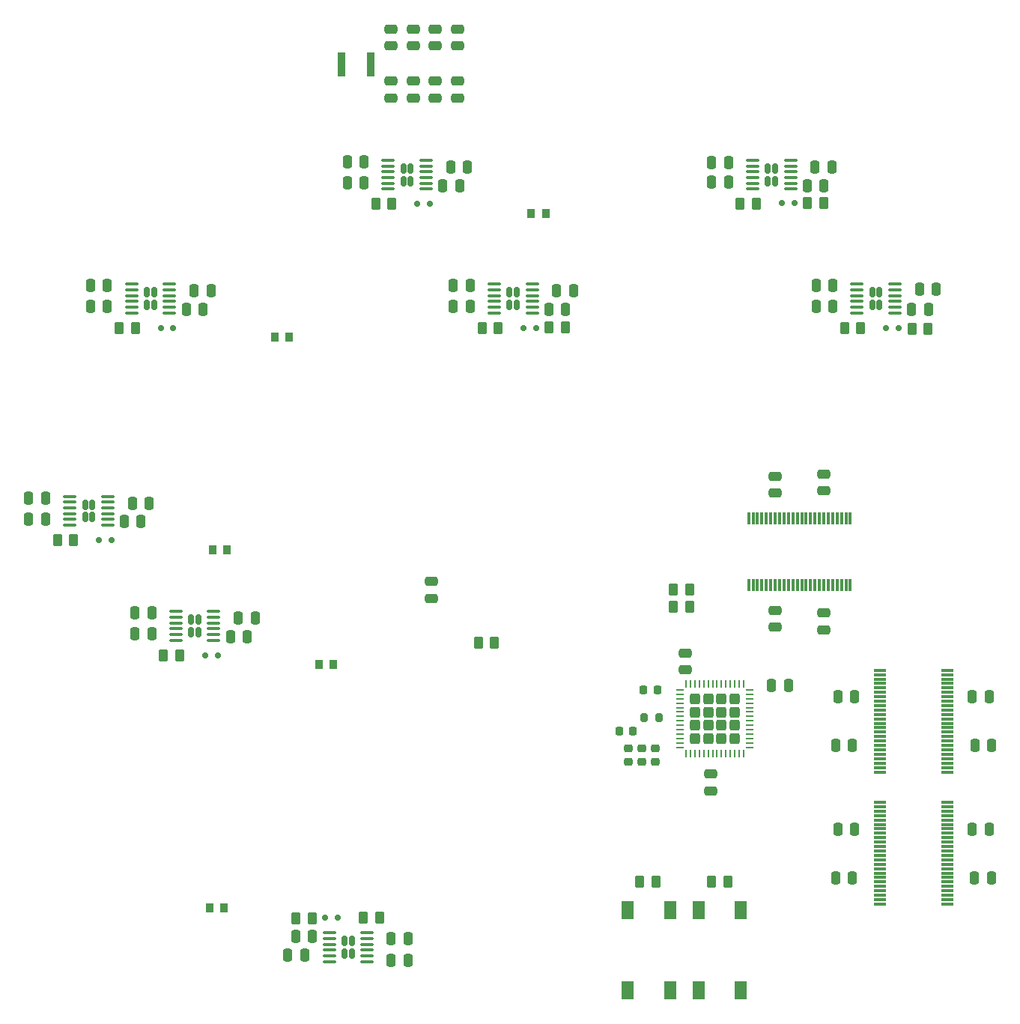
<source format=gbr>
%TF.GenerationSoftware,KiCad,Pcbnew,7.0.1-0*%
%TF.CreationDate,2023-04-17T18:56:10+01:00*%
%TF.ProjectId,cyborg65r2_pcb,6379626f-7267-4363-9572-325f7063622e,rev?*%
%TF.SameCoordinates,Original*%
%TF.FileFunction,Paste,Top*%
%TF.FilePolarity,Positive*%
%FSLAX46Y46*%
G04 Gerber Fmt 4.6, Leading zero omitted, Abs format (unit mm)*
G04 Created by KiCad (PCBNEW 7.0.1-0) date 2023-04-17 18:56:10*
%MOMM*%
%LPD*%
G01*
G04 APERTURE LIST*
G04 Aperture macros list*
%AMRoundRect*
0 Rectangle with rounded corners*
0 $1 Rounding radius*
0 $2 $3 $4 $5 $6 $7 $8 $9 X,Y pos of 4 corners*
0 Add a 4 corners polygon primitive as box body*
4,1,4,$2,$3,$4,$5,$6,$7,$8,$9,$2,$3,0*
0 Add four circle primitives for the rounded corners*
1,1,$1+$1,$2,$3*
1,1,$1+$1,$4,$5*
1,1,$1+$1,$6,$7*
1,1,$1+$1,$8,$9*
0 Add four rect primitives between the rounded corners*
20,1,$1+$1,$2,$3,$4,$5,0*
20,1,$1+$1,$4,$5,$6,$7,0*
20,1,$1+$1,$6,$7,$8,$9,0*
20,1,$1+$1,$8,$9,$2,$3,0*%
G04 Aperture macros list end*
%ADD10R,0.890000X1.020000*%
%ADD11RoundRect,0.250000X0.250000X0.475000X-0.250000X0.475000X-0.250000X-0.475000X0.250000X-0.475000X0*%
%ADD12RoundRect,0.250000X-0.250000X-0.475000X0.250000X-0.475000X0.250000X0.475000X-0.250000X0.475000X0*%
%ADD13RoundRect,0.250000X-0.475000X0.250000X-0.475000X-0.250000X0.475000X-0.250000X0.475000X0.250000X0*%
%ADD14RoundRect,0.167500X0.167500X0.407500X-0.167500X0.407500X-0.167500X-0.407500X0.167500X-0.407500X0*%
%ADD15RoundRect,0.100000X0.625000X0.100000X-0.625000X0.100000X-0.625000X-0.100000X0.625000X-0.100000X0*%
%ADD16RoundRect,0.250000X-0.262500X-0.450000X0.262500X-0.450000X0.262500X0.450000X-0.262500X0.450000X0*%
%ADD17RoundRect,0.167500X-0.167500X-0.407500X0.167500X-0.407500X0.167500X0.407500X-0.167500X0.407500X0*%
%ADD18RoundRect,0.100000X-0.625000X-0.100000X0.625000X-0.100000X0.625000X0.100000X-0.625000X0.100000X0*%
%ADD19RoundRect,0.225000X0.225000X0.250000X-0.225000X0.250000X-0.225000X-0.250000X0.225000X-0.250000X0*%
%ADD20RoundRect,0.250000X0.262500X0.450000X-0.262500X0.450000X-0.262500X-0.450000X0.262500X-0.450000X0*%
%ADD21R,1.475000X0.300000*%
%ADD22RoundRect,0.225000X-0.250000X0.225000X-0.250000X-0.225000X0.250000X-0.225000X0.250000X0.225000X0*%
%ADD23RoundRect,0.250000X0.475000X-0.250000X0.475000X0.250000X-0.475000X0.250000X-0.475000X-0.250000X0*%
%ADD24RoundRect,0.150000X-0.150000X-0.200000X0.150000X-0.200000X0.150000X0.200000X-0.150000X0.200000X0*%
%ADD25RoundRect,0.250000X-0.345000X-0.345000X0.345000X-0.345000X0.345000X0.345000X-0.345000X0.345000X0*%
%ADD26RoundRect,0.062500X-0.375000X-0.062500X0.375000X-0.062500X0.375000X0.062500X-0.375000X0.062500X0*%
%ADD27RoundRect,0.062500X-0.062500X-0.375000X0.062500X-0.375000X0.062500X0.375000X-0.062500X0.375000X0*%
%ADD28R,1.400000X2.100000*%
%ADD29R,0.880000X2.810000*%
%ADD30R,0.300000X1.475000*%
%ADD31RoundRect,0.150000X0.150000X0.200000X-0.150000X0.200000X-0.150000X-0.200000X0.150000X-0.200000X0*%
%ADD32RoundRect,0.200000X0.200000X0.275000X-0.200000X0.275000X-0.200000X-0.275000X0.200000X-0.275000X0*%
G04 APERTURE END LIST*
D10*
%TO.C,L5*%
X160984000Y-57970000D03*
X159356000Y-57970000D03*
%TD*%
D11*
%TO.C,C51*%
X195950000Y-127540000D03*
X194050000Y-127540000D03*
%TD*%
D12*
%TO.C,C35*%
X126250000Y-103700000D03*
X128150000Y-103700000D03*
%TD*%
D13*
%TO.C,C7*%
X179640000Y-121320000D03*
X179640000Y-123220000D03*
%TD*%
D14*
%TO.C,U5*%
X139075000Y-141595000D03*
X139075000Y-140175000D03*
X138255000Y-141595000D03*
X138255000Y-140175000D03*
D15*
X140815000Y-142510000D03*
X140815000Y-141860000D03*
X140815000Y-141210000D03*
X140815000Y-140560000D03*
X140815000Y-139910000D03*
X140815000Y-139260000D03*
X136515000Y-139260000D03*
X136515000Y-139910000D03*
X136515000Y-140560000D03*
X136515000Y-141210000D03*
X136515000Y-141860000D03*
X136515000Y-142510000D03*
%TD*%
D16*
%TO.C,R10*%
X117787500Y-107900000D03*
X119612500Y-107900000D03*
%TD*%
D12*
%TO.C,C20*%
X162250000Y-66700000D03*
X164150000Y-66700000D03*
%TD*%
D16*
%TO.C,R4*%
X190587500Y-56800000D03*
X192412500Y-56800000D03*
%TD*%
D13*
%TO.C,C48*%
X151000000Y-43000000D03*
X151000000Y-44900000D03*
%TD*%
D17*
%TO.C,U9*%
X144915000Y-52865000D03*
X144915000Y-54285000D03*
X145735000Y-52865000D03*
X145735000Y-54285000D03*
D18*
X143175000Y-51950000D03*
X143175000Y-52600000D03*
X143175000Y-53250000D03*
X143175000Y-53900000D03*
X143175000Y-54550000D03*
X143175000Y-55200000D03*
X147475000Y-55200000D03*
X147475000Y-54550000D03*
X147475000Y-53900000D03*
X147475000Y-53250000D03*
X147475000Y-52600000D03*
X147475000Y-51950000D03*
%TD*%
D19*
%TO.C,C4*%
X170885000Y-116460000D03*
X169335000Y-116460000D03*
%TD*%
D20*
%TO.C,R17*%
X173472500Y-133470000D03*
X171647500Y-133470000D03*
%TD*%
D11*
%TO.C,C24*%
X133740000Y-141760000D03*
X131840000Y-141760000D03*
%TD*%
D21*
%TO.C,U12*%
X198799000Y-124520000D03*
X198799000Y-125020000D03*
X198799000Y-125520000D03*
X198799000Y-126020000D03*
X198799000Y-126520000D03*
X198799000Y-127020000D03*
X198799000Y-127520000D03*
X198799000Y-128020000D03*
X198799000Y-128520000D03*
X198799000Y-129020000D03*
X198799000Y-129520000D03*
X198799000Y-130020000D03*
X198799000Y-130520000D03*
X198799000Y-131020000D03*
X198799000Y-131520000D03*
X198799000Y-132020000D03*
X198799000Y-132520000D03*
X198799000Y-133020000D03*
X198799000Y-133520000D03*
X198799000Y-134020000D03*
X198799000Y-134520000D03*
X198799000Y-135020000D03*
X198799000Y-135520000D03*
X198799000Y-136020000D03*
X206375000Y-136020000D03*
X206375000Y-135520000D03*
X206375000Y-135020000D03*
X206375000Y-134520000D03*
X206375000Y-134020000D03*
X206375000Y-133520000D03*
X206375000Y-133020000D03*
X206375000Y-132520000D03*
X206375000Y-132020000D03*
X206375000Y-131520000D03*
X206375000Y-131020000D03*
X206375000Y-130520000D03*
X206375000Y-130020000D03*
X206375000Y-129520000D03*
X206375000Y-129020000D03*
X206375000Y-128520000D03*
X206375000Y-128020000D03*
X206375000Y-127520000D03*
X206375000Y-127020000D03*
X206375000Y-126520000D03*
X206375000Y-126020000D03*
X206375000Y-125520000D03*
X206375000Y-125020000D03*
X206375000Y-124520000D03*
%TD*%
D22*
%TO.C,C3*%
X173380000Y-118390000D03*
X173380000Y-119940000D03*
%TD*%
D11*
%TO.C,C53*%
X195680000Y-118110000D03*
X193780000Y-118110000D03*
%TD*%
D21*
%TO.C,U11*%
X198805000Y-109590000D03*
X198805000Y-110090000D03*
X198805000Y-110590000D03*
X198805000Y-111090000D03*
X198805000Y-111590000D03*
X198805000Y-112090000D03*
X198805000Y-112590000D03*
X198805000Y-113090000D03*
X198805000Y-113590000D03*
X198805000Y-114090000D03*
X198805000Y-114590000D03*
X198805000Y-115090000D03*
X198805000Y-115590000D03*
X198805000Y-116090000D03*
X198805000Y-116590000D03*
X198805000Y-117090000D03*
X198805000Y-117590000D03*
X198805000Y-118090000D03*
X198805000Y-118590000D03*
X198805000Y-119090000D03*
X198805000Y-119590000D03*
X198805000Y-120090000D03*
X198805000Y-120590000D03*
X198805000Y-121090000D03*
X206381000Y-121090000D03*
X206381000Y-120590000D03*
X206381000Y-120090000D03*
X206381000Y-119590000D03*
X206381000Y-119090000D03*
X206381000Y-118590000D03*
X206381000Y-118090000D03*
X206381000Y-117590000D03*
X206381000Y-117090000D03*
X206381000Y-116590000D03*
X206381000Y-116090000D03*
X206381000Y-115590000D03*
X206381000Y-115090000D03*
X206381000Y-114590000D03*
X206381000Y-114090000D03*
X206381000Y-113590000D03*
X206381000Y-113090000D03*
X206381000Y-112590000D03*
X206381000Y-112090000D03*
X206381000Y-111590000D03*
X206381000Y-111090000D03*
X206381000Y-110590000D03*
X206381000Y-110090000D03*
X206381000Y-109590000D03*
%TD*%
D12*
%TO.C,C21*%
X143540000Y-142360000D03*
X145440000Y-142360000D03*
%TD*%
D10*
%TO.C,L4*%
X124984000Y-95970000D03*
X123356000Y-95970000D03*
%TD*%
D11*
%TO.C,C29*%
X116450000Y-103100000D03*
X114550000Y-103100000D03*
%TD*%
D23*
%TO.C,C45*%
X148500000Y-39000000D03*
X148500000Y-37100000D03*
%TD*%
D13*
%TO.C,C42*%
X143500000Y-43000000D03*
X143500000Y-44900000D03*
%TD*%
D11*
%TO.C,C30*%
X104450000Y-90100000D03*
X102550000Y-90100000D03*
%TD*%
D24*
%TO.C,D1*%
X200900000Y-70900000D03*
X199500000Y-70900000D03*
%TD*%
D11*
%TO.C,C25*%
X111450000Y-66100000D03*
X109550000Y-66100000D03*
%TD*%
%TO.C,C13*%
X181650000Y-52240000D03*
X179750000Y-52240000D03*
%TD*%
D17*
%TO.C,U3*%
X186110000Y-52865000D03*
X186110000Y-54285000D03*
X186930000Y-52865000D03*
X186930000Y-54285000D03*
D18*
X184370000Y-51950000D03*
X184370000Y-52600000D03*
X184370000Y-53250000D03*
X184370000Y-53900000D03*
X184370000Y-54550000D03*
X184370000Y-55200000D03*
X188670000Y-55200000D03*
X188670000Y-54550000D03*
X188670000Y-53900000D03*
X188670000Y-53250000D03*
X188670000Y-52600000D03*
X188670000Y-51950000D03*
%TD*%
D12*
%TO.C,C8*%
X186520000Y-111340000D03*
X188420000Y-111340000D03*
%TD*%
D16*
%TO.C,R5*%
X153787500Y-70900000D03*
X155612500Y-70900000D03*
%TD*%
D25*
%TO.C,U1*%
X177900000Y-112840000D03*
X177900000Y-114320000D03*
X177900000Y-115800000D03*
X177900000Y-117280000D03*
X179380000Y-112840000D03*
X179380000Y-114320000D03*
X179380000Y-115800000D03*
X179380000Y-117280000D03*
X180860000Y-112840000D03*
X180860000Y-114320000D03*
X180860000Y-115800000D03*
X180860000Y-117280000D03*
X182340000Y-112840000D03*
X182340000Y-114320000D03*
X182340000Y-115800000D03*
X182340000Y-117280000D03*
D26*
X176182500Y-111810000D03*
X176182500Y-112310000D03*
X176182500Y-112810000D03*
X176182500Y-113310000D03*
X176182500Y-113810000D03*
X176182500Y-114310000D03*
X176182500Y-114810000D03*
X176182500Y-115310000D03*
X176182500Y-115810000D03*
X176182500Y-116310000D03*
X176182500Y-116810000D03*
X176182500Y-117310000D03*
X176182500Y-117810000D03*
X176182500Y-118310000D03*
D27*
X176870000Y-118997500D03*
X177370000Y-118997500D03*
X177870000Y-118997500D03*
X178370000Y-118997500D03*
X178870000Y-118997500D03*
X179370000Y-118997500D03*
X179870000Y-118997500D03*
X180370000Y-118997500D03*
X180870000Y-118997500D03*
X181370000Y-118997500D03*
X181870000Y-118997500D03*
X182370000Y-118997500D03*
X182870000Y-118997500D03*
X183370000Y-118997500D03*
D26*
X184057500Y-118310000D03*
X184057500Y-117810000D03*
X184057500Y-117310000D03*
X184057500Y-116810000D03*
X184057500Y-116310000D03*
X184057500Y-115810000D03*
X184057500Y-115310000D03*
X184057500Y-114810000D03*
X184057500Y-114310000D03*
X184057500Y-113810000D03*
X184057500Y-113310000D03*
X184057500Y-112810000D03*
X184057500Y-112310000D03*
X184057500Y-111810000D03*
D27*
X183370000Y-111122500D03*
X182870000Y-111122500D03*
X182370000Y-111122500D03*
X181870000Y-111122500D03*
X181370000Y-111122500D03*
X180870000Y-111122500D03*
X180370000Y-111122500D03*
X179870000Y-111122500D03*
X179370000Y-111122500D03*
X178870000Y-111122500D03*
X178370000Y-111122500D03*
X177870000Y-111122500D03*
X177370000Y-111122500D03*
X176870000Y-111122500D03*
%TD*%
D24*
%TO.C,D3*%
X159900000Y-70900000D03*
X158500000Y-70900000D03*
%TD*%
D19*
%TO.C,C1*%
X173620000Y-111850000D03*
X172070000Y-111850000D03*
%TD*%
D17*
%TO.C,U8*%
X108915000Y-90865000D03*
X108915000Y-92285000D03*
X109735000Y-90865000D03*
X109735000Y-92285000D03*
D18*
X107175000Y-89950000D03*
X107175000Y-90600000D03*
X107175000Y-91250000D03*
X107175000Y-91900000D03*
X107175000Y-92550000D03*
X107175000Y-93200000D03*
X111475000Y-93200000D03*
X111475000Y-92550000D03*
X111475000Y-91900000D03*
X111475000Y-91250000D03*
X111475000Y-90600000D03*
X111475000Y-89950000D03*
%TD*%
D12*
%TO.C,C27*%
X120350000Y-68800000D03*
X122250000Y-68800000D03*
%TD*%
D16*
%TO.C,R18*%
X179747500Y-133470000D03*
X181572500Y-133470000D03*
%TD*%
D20*
%TO.C,R7*%
X142202500Y-137560000D03*
X140377500Y-137560000D03*
%TD*%
D16*
%TO.C,R15*%
X175460000Y-102375000D03*
X177285000Y-102375000D03*
%TD*%
D13*
%TO.C,C52*%
X186960000Y-102840000D03*
X186960000Y-104740000D03*
%TD*%
D28*
%TO.C,S2*%
X183060000Y-136670000D03*
X183060000Y-145770000D03*
X178260000Y-136670000D03*
X178260000Y-145770000D03*
%TD*%
D13*
%TO.C,C41*%
X146000000Y-43000000D03*
X146000000Y-44900000D03*
%TD*%
D16*
%TO.C,R12*%
X141787500Y-56900000D03*
X143612500Y-56900000D03*
%TD*%
D17*
%TO.C,U4*%
X156915000Y-66865000D03*
X156915000Y-68285000D03*
X157735000Y-66865000D03*
X157735000Y-68285000D03*
D18*
X155175000Y-65950000D03*
X155175000Y-66600000D03*
X155175000Y-67250000D03*
X155175000Y-67900000D03*
X155175000Y-68550000D03*
X155175000Y-69200000D03*
X159475000Y-69200000D03*
X159475000Y-68550000D03*
X159475000Y-67900000D03*
X159475000Y-67250000D03*
X159475000Y-66600000D03*
X159475000Y-65950000D03*
%TD*%
D11*
%TO.C,C31*%
X116450000Y-105500000D03*
X114550000Y-105500000D03*
%TD*%
%TO.C,C38*%
X140450000Y-52100000D03*
X138550000Y-52100000D03*
%TD*%
D29*
%TO.C,F1*%
X137945000Y-41140000D03*
X141215000Y-41140000D03*
%TD*%
D10*
%TO.C,L2*%
X131984000Y-71970000D03*
X130356000Y-71970000D03*
%TD*%
D12*
%TO.C,C59*%
X209500000Y-118110000D03*
X211400000Y-118110000D03*
%TD*%
D11*
%TO.C,C26*%
X111450000Y-68500000D03*
X109550000Y-68500000D03*
%TD*%
D23*
%TO.C,C58*%
X186960000Y-89570000D03*
X186960000Y-87670000D03*
%TD*%
D17*
%TO.C,U6*%
X115915000Y-66865000D03*
X115915000Y-68285000D03*
X116735000Y-66865000D03*
X116735000Y-68285000D03*
D18*
X114175000Y-65950000D03*
X114175000Y-66600000D03*
X114175000Y-67250000D03*
X114175000Y-67900000D03*
X114175000Y-68550000D03*
X114175000Y-69200000D03*
X118475000Y-69200000D03*
X118475000Y-68550000D03*
X118475000Y-67900000D03*
X118475000Y-67250000D03*
X118475000Y-66600000D03*
X118475000Y-65950000D03*
%TD*%
D24*
%TO.C,D2*%
X189100000Y-56800000D03*
X187700000Y-56800000D03*
%TD*%
D17*
%TO.C,U7*%
X120915000Y-103865000D03*
X120915000Y-105285000D03*
X121735000Y-103865000D03*
X121735000Y-105285000D03*
D18*
X119175000Y-102950000D03*
X119175000Y-103600000D03*
X119175000Y-104250000D03*
X119175000Y-104900000D03*
X119175000Y-105550000D03*
X119175000Y-106200000D03*
X123475000Y-106200000D03*
X123475000Y-105550000D03*
X123475000Y-104900000D03*
X123475000Y-104250000D03*
X123475000Y-103600000D03*
X123475000Y-102950000D03*
%TD*%
D16*
%TO.C,R9*%
X112787500Y-70900000D03*
X114612500Y-70900000D03*
%TD*%
D22*
%TO.C,C5*%
X171870000Y-118390000D03*
X171870000Y-119940000D03*
%TD*%
D12*
%TO.C,C39*%
X149350000Y-54800000D03*
X151250000Y-54800000D03*
%TD*%
D17*
%TO.C,U2*%
X197915000Y-66865000D03*
X197915000Y-68285000D03*
X198735000Y-66865000D03*
X198735000Y-68285000D03*
D18*
X196175000Y-65950000D03*
X196175000Y-66600000D03*
X196175000Y-67250000D03*
X196175000Y-67900000D03*
X196175000Y-68550000D03*
X196175000Y-69200000D03*
X200475000Y-69200000D03*
X200475000Y-68550000D03*
X200475000Y-67900000D03*
X200475000Y-67250000D03*
X200475000Y-66600000D03*
X200475000Y-65950000D03*
%TD*%
D13*
%TO.C,C49*%
X148100000Y-99550000D03*
X148100000Y-101450000D03*
%TD*%
D11*
%TO.C,C10*%
X193450000Y-68500000D03*
X191550000Y-68500000D03*
%TD*%
D30*
%TO.C,U10*%
X183940000Y-99985000D03*
X184440000Y-99985000D03*
X184940000Y-99985000D03*
X185440000Y-99985000D03*
X185940000Y-99985000D03*
X186440000Y-99985000D03*
X186940000Y-99985000D03*
X187440000Y-99985000D03*
X187940000Y-99985000D03*
X188440000Y-99985000D03*
X188940000Y-99985000D03*
X189440000Y-99985000D03*
X189940000Y-99985000D03*
X190440000Y-99985000D03*
X190940000Y-99985000D03*
X191440000Y-99985000D03*
X191940000Y-99985000D03*
X192440000Y-99985000D03*
X192940000Y-99985000D03*
X193440000Y-99985000D03*
X193940000Y-99985000D03*
X194440000Y-99985000D03*
X194940000Y-99985000D03*
X195440000Y-99985000D03*
X195440000Y-92409000D03*
X194940000Y-92409000D03*
X194440000Y-92409000D03*
X193940000Y-92409000D03*
X193440000Y-92409000D03*
X192940000Y-92409000D03*
X192440000Y-92409000D03*
X191940000Y-92409000D03*
X191440000Y-92409000D03*
X190940000Y-92409000D03*
X190440000Y-92409000D03*
X189940000Y-92409000D03*
X189440000Y-92409000D03*
X188940000Y-92409000D03*
X188440000Y-92409000D03*
X187940000Y-92409000D03*
X187440000Y-92409000D03*
X186940000Y-92409000D03*
X186440000Y-92409000D03*
X185940000Y-92409000D03*
X185440000Y-92409000D03*
X184940000Y-92409000D03*
X184440000Y-92409000D03*
X183940000Y-92409000D03*
%TD*%
D10*
%TO.C,L3*%
X136984000Y-108970000D03*
X135356000Y-108970000D03*
%TD*%
D12*
%TO.C,C12*%
X203250000Y-66500000D03*
X205150000Y-66500000D03*
%TD*%
D23*
%TO.C,C43*%
X143500000Y-39000000D03*
X143500000Y-37100000D03*
%TD*%
D12*
%TO.C,C28*%
X121250000Y-66700000D03*
X123150000Y-66700000D03*
%TD*%
D16*
%TO.C,R3*%
X182987500Y-56900000D03*
X184812500Y-56900000D03*
%TD*%
%TO.C,R2*%
X202387500Y-71000000D03*
X204212500Y-71000000D03*
%TD*%
D12*
%TO.C,C56*%
X209220000Y-112610000D03*
X211120000Y-112610000D03*
%TD*%
D11*
%TO.C,C54*%
X195680000Y-133040000D03*
X193780000Y-133040000D03*
%TD*%
D24*
%TO.C,D5*%
X118900000Y-70900000D03*
X117500000Y-70900000D03*
%TD*%
D16*
%TO.C,R6*%
X161387500Y-70800000D03*
X163212500Y-70800000D03*
%TD*%
D11*
%TO.C,C14*%
X181650000Y-54410000D03*
X179750000Y-54410000D03*
%TD*%
D10*
%TO.C,L1*%
X123006000Y-136490000D03*
X124634000Y-136490000D03*
%TD*%
D20*
%TO.C,R8*%
X134602500Y-137660000D03*
X132777500Y-137660000D03*
%TD*%
D16*
%TO.C,R1*%
X194787500Y-70900000D03*
X196612500Y-70900000D03*
%TD*%
D11*
%TO.C,C32*%
X104450000Y-92500000D03*
X102550000Y-92500000D03*
%TD*%
%TO.C,C50*%
X195950000Y-112610000D03*
X194050000Y-112610000D03*
%TD*%
%TO.C,C18*%
X152450000Y-68500000D03*
X150550000Y-68500000D03*
%TD*%
D12*
%TO.C,C60*%
X209490000Y-133040000D03*
X211390000Y-133040000D03*
%TD*%
D20*
%TO.C,R13*%
X155225000Y-106500000D03*
X153400000Y-106500000D03*
%TD*%
D22*
%TO.C,C2*%
X170370000Y-118385000D03*
X170370000Y-119935000D03*
%TD*%
D12*
%TO.C,C33*%
X125350000Y-105800000D03*
X127250000Y-105800000D03*
%TD*%
D16*
%TO.C,R11*%
X105787500Y-94900000D03*
X107612500Y-94900000D03*
%TD*%
D23*
%TO.C,C6*%
X176810000Y-109530000D03*
X176810000Y-107630000D03*
%TD*%
D16*
%TO.C,R14*%
X175457500Y-100435000D03*
X177282500Y-100435000D03*
%TD*%
D12*
%TO.C,C22*%
X143540000Y-139960000D03*
X145440000Y-139960000D03*
%TD*%
%TO.C,C15*%
X190550000Y-54800000D03*
X192450000Y-54800000D03*
%TD*%
%TO.C,C36*%
X114250000Y-90700000D03*
X116150000Y-90700000D03*
%TD*%
D11*
%TO.C,C23*%
X134640000Y-139660000D03*
X132740000Y-139660000D03*
%TD*%
D12*
%TO.C,C11*%
X202350000Y-68800000D03*
X204250000Y-68800000D03*
%TD*%
D31*
%TO.C,D4*%
X136090000Y-137560000D03*
X137490000Y-137560000D03*
%TD*%
D12*
%TO.C,C34*%
X113350000Y-92800000D03*
X115250000Y-92800000D03*
%TD*%
D11*
%TO.C,C17*%
X152450000Y-66100000D03*
X150550000Y-66100000D03*
%TD*%
D13*
%TO.C,C55*%
X192460000Y-103110000D03*
X192460000Y-105010000D03*
%TD*%
D23*
%TO.C,C46*%
X151000000Y-39000000D03*
X151000000Y-37100000D03*
%TD*%
D11*
%TO.C,C37*%
X140450000Y-54500000D03*
X138550000Y-54500000D03*
%TD*%
D23*
%TO.C,C44*%
X146000000Y-39000000D03*
X146000000Y-37100000D03*
%TD*%
D13*
%TO.C,C47*%
X148500000Y-43000000D03*
X148500000Y-44900000D03*
%TD*%
D12*
%TO.C,C40*%
X150250000Y-52700000D03*
X152150000Y-52700000D03*
%TD*%
D24*
%TO.C,D8*%
X147900000Y-56900000D03*
X146500000Y-56900000D03*
%TD*%
D12*
%TO.C,C57*%
X209220000Y-127540000D03*
X211120000Y-127540000D03*
%TD*%
D32*
%TO.C,R16*%
X173795000Y-114960000D03*
X172145000Y-114960000D03*
%TD*%
D12*
%TO.C,C19*%
X161350000Y-68800000D03*
X163250000Y-68800000D03*
%TD*%
D28*
%TO.C,S1*%
X170260000Y-145770000D03*
X170260000Y-136670000D03*
X175060000Y-145770000D03*
X175060000Y-136670000D03*
%TD*%
D12*
%TO.C,C16*%
X191450000Y-52700000D03*
X193350000Y-52700000D03*
%TD*%
D24*
%TO.C,D6*%
X123900000Y-107900000D03*
X122500000Y-107900000D03*
%TD*%
%TO.C,D7*%
X111900000Y-94900000D03*
X110500000Y-94900000D03*
%TD*%
D11*
%TO.C,C9*%
X193450000Y-66100000D03*
X191550000Y-66100000D03*
%TD*%
D23*
%TO.C,C61*%
X192460000Y-89295000D03*
X192460000Y-87395000D03*
%TD*%
M02*

</source>
